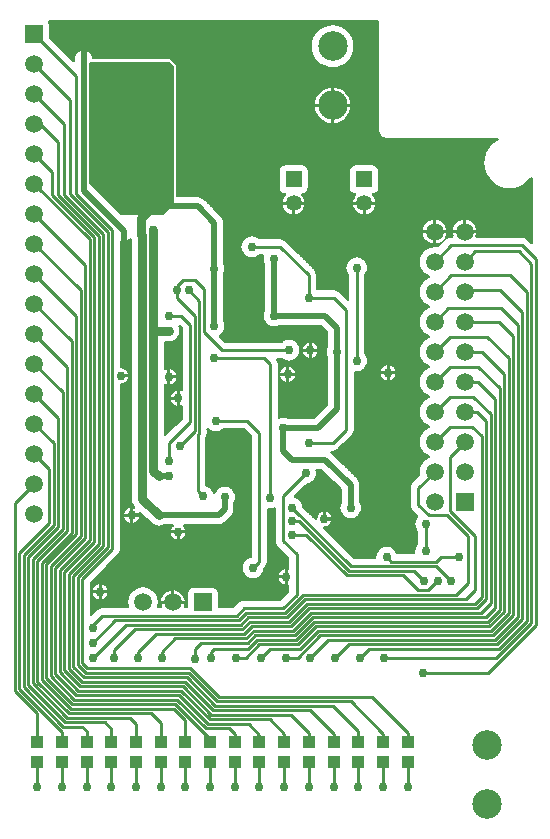
<source format=gbl>
%FSDAX24Y24*%
%MOIN*%
%SFA1B1*%

%IPPOS*%
%ADD11R,0.039400X0.043300*%
%ADD23C,0.059100*%
%ADD24C,0.020000*%
%ADD25C,0.030000*%
%ADD26C,0.010000*%
%ADD27C,0.053100*%
%ADD28R,0.053100X0.053100*%
%ADD29C,0.098400*%
%ADD30R,0.059100X0.059100*%
%ADD31R,0.059100X0.059100*%
%ADD32C,0.030000*%
%ADD33R,0.165000X0.245000*%
%ADD37C,0.005000*%
%ADD64C,0.040000*%
%LNde-260124-1*%
%LPD*%
G54D37*
X026019Y036969D02*
X026039Y036864D01*
X026100Y036773*
X026191Y036713*
X026295Y036692*
X029995*
X029998Y036679*
X029910Y036632*
X029777Y036522*
X029667Y036390*
X029585Y036237*
X029535Y036071*
X029518Y035900*
X029535Y035728*
X029585Y035562*
X029667Y035409*
X029777Y035277*
X029909Y035167*
X030062Y035085*
X030228Y035035*
X030400Y035018*
X030571Y035035*
X030737Y035085*
X030890Y035167*
X031022Y035277*
X031123Y035399*
X031110*
X031137Y035386*
Y033230*
X031120Y033224*
X030996Y033349*
X030907Y033409*
X030802Y033430*
X029305*
X029292Y033448*
X029309Y033490*
X029320Y033575*
X028900*
X028479*
X028490Y033490*
X028507Y033448*
X028494Y033430*
X028447*
X028342Y033409*
X028253Y033349*
X028014Y033109*
X027900Y033125*
X027764Y033107*
X027637Y033054*
X027529Y032970*
X027445Y032862*
X027392Y032735*
X027374Y032600*
X027392Y032464*
X027445Y032337*
X027529Y032229*
X027637Y032145*
X027723Y032110*
Y032089*
X027637Y032054*
X027529Y031970*
X027445Y031862*
X027392Y031735*
X027374Y031600*
X027392Y031464*
X027445Y031337*
X027529Y031229*
X027637Y031145*
X027723Y031110*
Y031089*
X027637Y031054*
X027529Y030970*
X027445Y030862*
X027392Y030735*
X027374Y030600*
X027392Y030464*
X027445Y030337*
X027529Y030229*
X027637Y030145*
X027723Y030110*
Y030089*
X027637Y030054*
X027529Y029970*
X027445Y029862*
X027392Y029735*
X027374Y029600*
X027392Y029464*
X027445Y029337*
X027529Y029229*
X027637Y029145*
X027723Y029110*
Y029089*
X027637Y029054*
X027529Y028970*
X027445Y028862*
X027392Y028735*
X027374Y028600*
X027392Y028464*
X027445Y028337*
X027529Y028229*
X027637Y028145*
X027723Y028110*
Y028089*
X027637Y028054*
X027529Y027970*
X027445Y027862*
X027392Y027735*
X027374Y027600*
X027392Y027464*
X027445Y027337*
X027529Y027229*
X027637Y027145*
X027723Y027110*
Y027089*
X027637Y027054*
X027529Y026970*
X027445Y026862*
X027392Y026735*
X027374Y026600*
X027392Y026464*
X027445Y026337*
X027529Y026229*
X027637Y026145*
X027723Y026110*
Y026089*
X027637Y026054*
X027529Y025970*
X027445Y025862*
X027392Y025735*
X027374Y025599*
X027390Y025485*
X027150Y025245*
X027091Y025157*
X027070Y025052*
Y024497*
X027091Y024392*
X027150Y024304*
X027327Y024127*
X027325Y024109*
X027272Y024039*
X027234Y023947*
X027221Y023850*
X027234Y023752*
X027272Y023660*
X027320Y023598*
Y023201*
X027272Y023139*
X027234Y023047*
X027221Y022949*
X027226Y022912*
X027197Y022880*
X026651*
X026627Y022939*
X026567Y023017*
X026489Y023077*
X026397Y023115*
X026300Y023128*
X026202Y023115*
X026110Y023077*
X026032Y023017*
X025972Y022939*
X025934Y022847*
X025921Y022750*
X025921Y022750*
X025903Y022730*
X025216*
X024213Y023731*
X024221Y023745*
X024224Y023744*
X024332Y023766*
X024423Y023826*
X024483Y023917*
X024500Y024000*
X024250*
Y024050*
X024200*
Y024300*
X024117Y024283*
X024026Y024223*
X023966Y024132*
X023944Y024024*
X023945Y024021*
X023931Y024013*
X023525Y024420*
X023515Y024497*
X023477Y024589*
X023417Y024667*
X023339Y024727*
X023247Y024765*
X023236Y024766*
X023230Y024784*
X023620Y025174*
X023697Y025184*
X023789Y025222*
X023867Y025282*
X023927Y025360*
X023965Y025452*
X023978Y025550*
X023965Y025647*
X023963Y025652*
X023976Y025672*
X024114*
X024772Y025014*
Y024589*
X024772Y024589*
X024734Y024497*
X024721Y024400*
X024734Y024302*
X024772Y024210*
X024832Y024132*
X024910Y024072*
X025002Y024034*
X025100Y024021*
X025197Y024034*
X025289Y024072*
X025367Y024132*
X025427Y024210*
X025465Y024302*
X025478Y024400*
X025465Y024497*
X025427Y024589*
X025428Y024589*
Y025151*
X025416Y025234*
X025383Y025313*
X025332Y025380*
X024480Y026232*
X024452Y026254*
X024457Y026270*
X024502*
X024607Y026290*
X024696Y026350*
X025149Y026804*
X025208Y026892*
X025230Y026997*
Y028897*
X025262Y028926*
X025299Y028921*
X025397Y028934*
X025489Y028972*
X025567Y029032*
X025627Y029110*
X025665Y029202*
X025678Y029300*
X025665Y029397*
X025627Y029489*
X025580Y029551*
Y032148*
X025627Y032210*
X025665Y032302*
X025678Y032400*
X025665Y032497*
X025627Y032589*
X025567Y032667*
X025489Y032727*
X025397Y032765*
X025300Y032778*
X025202Y032765*
X025110Y032727*
X025032Y032667*
X024972Y032589*
X024934Y032497*
X024921Y032400*
X024934Y032302*
X024972Y032210*
X025020Y032148*
Y031347*
X025004Y031341*
X024745Y031599*
X024657Y031658*
X024552Y031680*
X023980*
Y032152*
X023958Y032257*
X023899Y032345*
X022945Y033299*
X022857Y033358*
X022752Y033380*
X022051*
X021989Y033427*
X021897Y033465*
X021800Y033478*
X021702Y033465*
X021610Y033427*
X021532Y033367*
X021472Y033289*
X021434Y033197*
X021421Y033100*
X021434Y033002*
X021472Y032910*
X021532Y032832*
X021610Y032772*
X021702Y032734*
X021800Y032721*
X021897Y032734*
X021989Y032772*
X022051Y032820*
X022172*
X022185Y032800*
X022185Y032797*
X022171Y032700*
X022184Y032602*
X022222Y032510*
X022222Y032510*
Y030989*
X022222Y030989*
X022184Y030897*
X022171Y030800*
X022184Y030702*
X022222Y030610*
X022282Y030532*
X022360Y030472*
X022452Y030434*
X022550Y030421*
X022647Y030434*
X022739Y030472*
X022739Y030472*
X024114*
X024322Y030264*
Y029789*
X024322Y029789*
X024284Y029697*
X024271Y029600*
X024284Y029502*
X024322Y029410*
X024322Y029410*
Y027835*
X023864Y027378*
X023039*
X023039Y027377*
X022947Y027415*
X022850Y027428*
X022752Y027415*
X022721Y027402*
X022702Y027415*
Y029180*
X022681Y029285*
X022638Y029348*
X022647Y029370*
X022798*
X022860Y029322*
X022952Y029284*
X023050Y029271*
X023147Y029284*
X023239Y029322*
X023317Y029382*
X023377Y029460*
X023415Y029552*
X023428Y029650*
X023415Y029747*
X023377Y029839*
X023317Y029917*
X023239Y029977*
X023147Y030015*
X023050Y030028*
X022952Y030015*
X022860Y029977*
X022798Y029930*
X020916*
X020743Y030103*
X020746Y030118*
X020752Y030132*
X020817Y030182*
X020877Y030260*
X020915Y030352*
X020928Y030450*
X020915Y030547*
X020877Y030639*
X020878Y030639*
Y032186*
X020878Y032186*
X020915Y032276*
X020928Y032374*
X020915Y032471*
X020877Y032563*
X020878Y032563*
Y033901*
X020866Y033984*
X020833Y034063*
X020782Y034130*
X020230Y034682*
X020163Y034733*
X020084Y034766*
X020001Y034778*
X019327*
Y039102*
X019317Y039148*
X019291Y039187*
X019137Y039341*
X019098Y039367*
X019052Y039377*
X016523*
X016516Y039434*
X016483Y039513*
X016431Y039581*
X016363Y039633*
X016284Y039666*
X016200Y039678*
X016115Y039666*
X016036Y039633*
X015968Y039581*
X015916Y039513*
X015883Y039434*
X015872Y039351*
Y039294*
X015856Y039288*
X015074Y040071*
Y040497*
X015057Y040582*
X015042Y040605*
X015054Y040629*
X026019*
Y036969*
X015060Y040590D02*
Y040630D01*
X015110Y040050D02*
Y040630D01*
X015160Y040000D02*
Y040630D01*
X015210Y039950D02*
Y040630D01*
X015260Y039900D02*
Y040630D01*
X015310Y039850D02*
Y040630D01*
X015360Y039800D02*
Y040630D01*
X015410Y039750D02*
Y040630D01*
X015460Y039700D02*
Y040630D01*
X015510Y039650D02*
Y040630D01*
X015560Y039600D02*
Y040630D01*
X015610Y039550D02*
Y040630D01*
X015660Y039500D02*
Y040630D01*
X015710Y039450D02*
Y040630D01*
X015760Y039400D02*
Y040630D01*
X015810Y039350D02*
Y040630D01*
X015860Y039300D02*
Y040630D01*
X015910Y039510D02*
Y040630D01*
X015960Y039580D02*
Y040630D01*
X016010Y039620D02*
Y040630D01*
X016060Y039660D02*
Y040630D01*
X016110Y039680D02*
Y040630D01*
X016160Y039690D02*
Y040630D01*
X016210Y039690D02*
Y040630D01*
X016260Y039690D02*
Y040630D01*
X016310Y039670D02*
Y040630D01*
X016360Y039640D02*
Y040630D01*
X016410Y039610D02*
Y040630D01*
X016460Y039550D02*
Y040630D01*
X016510Y039460D02*
Y040630D01*
X016560Y039390D02*
Y040630D01*
X016610Y039390D02*
Y040630D01*
X016660Y039390D02*
Y040630D01*
X016710Y039390D02*
Y040630D01*
X016760Y039390D02*
Y040630D01*
X016810Y039390D02*
Y040630D01*
X016860Y039390D02*
Y040630D01*
X016910Y039390D02*
Y040630D01*
X016960Y039390D02*
Y040630D01*
X017010Y039390D02*
Y040630D01*
X017060Y039390D02*
Y040630D01*
X017110Y039390D02*
Y040630D01*
X017160Y039390D02*
Y040630D01*
X017210Y039390D02*
Y040630D01*
X017260Y039390D02*
Y040630D01*
X017310Y039390D02*
Y040630D01*
X017360Y039390D02*
Y040630D01*
X017410Y039390D02*
Y040630D01*
X017460Y039390D02*
Y040630D01*
X017510Y039390D02*
Y040630D01*
X017560Y039390D02*
Y040630D01*
X017610Y039390D02*
Y040630D01*
X017660Y039390D02*
Y040630D01*
X017710Y039390D02*
Y040630D01*
X017760Y039390D02*
Y040630D01*
X017810Y039390D02*
Y040630D01*
X017860Y039390D02*
Y040630D01*
X017910Y039390D02*
Y040630D01*
X017960Y039390D02*
Y040630D01*
X018010Y039390D02*
Y040630D01*
X018060Y039390D02*
Y040630D01*
X018110Y039390D02*
Y040630D01*
X018160Y039390D02*
Y040630D01*
X018210Y039390D02*
Y040630D01*
X018260Y039390D02*
Y040630D01*
X018310Y039390D02*
Y040630D01*
X018360Y039390D02*
Y040630D01*
X018410Y039390D02*
Y040630D01*
X018460Y039390D02*
Y040630D01*
X018510Y039390D02*
Y040630D01*
X018560Y039390D02*
Y040630D01*
X018610Y039390D02*
Y040630D01*
X018660Y039390D02*
Y040630D01*
X018710Y039390D02*
Y040630D01*
X018760Y039390D02*
Y040630D01*
X018810Y039390D02*
Y040630D01*
X018860Y039390D02*
Y040630D01*
X018910Y039390D02*
Y040630D01*
X018960Y039390D02*
Y040630D01*
X019010Y039390D02*
Y040630D01*
X019060Y039390D02*
Y040630D01*
X019110Y039380D02*
Y040630D01*
X019160Y039330D02*
Y040630D01*
X019210Y039280D02*
Y040630D01*
X019260Y039230D02*
Y040630D01*
X019310Y039180D02*
Y040630D01*
X019360Y034790D02*
Y040630D01*
X019410Y034790D02*
Y040630D01*
X019460Y034790D02*
Y040630D01*
X019510Y034790D02*
Y040630D01*
X019560Y034790D02*
Y040630D01*
X019610Y034790D02*
Y040630D01*
X019660Y034790D02*
Y040630D01*
X019710Y034790D02*
Y040630D01*
X019760Y034790D02*
Y040630D01*
X019810Y034790D02*
Y040630D01*
X019860Y034790D02*
Y040630D01*
X019910Y034790D02*
Y040630D01*
X019960Y034790D02*
Y040630D01*
X020010Y034790D02*
Y040630D01*
X020060Y034790D02*
Y040630D01*
X020110Y034770D02*
Y040630D01*
X020160Y034740D02*
Y040630D01*
X020210Y034710D02*
Y040630D01*
X020260Y034660D02*
Y040630D01*
X020310Y034610D02*
Y040630D01*
X020360Y034560D02*
Y040630D01*
X020410Y034510D02*
Y040630D01*
X020460Y034460D02*
Y040630D01*
X020510Y034410D02*
Y040630D01*
X020560Y034360D02*
Y040630D01*
X020610Y034310D02*
Y040630D01*
X020660Y034260D02*
Y040630D01*
X020710Y034210D02*
Y040630D01*
X020760Y030100D02*
Y030130D01*
Y034160D02*
Y040630D01*
X020810Y030050D02*
Y030170D01*
Y034100D02*
Y040630D01*
X020860Y030000D02*
Y030230D01*
Y034010D02*
Y040630D01*
X020910Y029950D02*
Y030320D01*
Y030590D02*
Y032250D01*
Y032510D02*
Y040630D01*
X020960Y029940D02*
Y040630D01*
X021010Y029940D02*
Y040630D01*
X021060Y029940D02*
Y040630D01*
X021110Y029940D02*
Y040630D01*
X021160Y029940D02*
Y040630D01*
X021210Y029940D02*
Y040630D01*
X021260Y029940D02*
Y040630D01*
X021310Y029940D02*
Y040630D01*
X021360Y029940D02*
Y040630D01*
X021410Y029940D02*
Y040630D01*
X021460Y029940D02*
Y032930D01*
Y033280D02*
Y040630D01*
X021510Y029940D02*
Y032850D01*
Y033360D02*
Y040630D01*
X021560Y029940D02*
Y032800D01*
Y033410D02*
Y040630D01*
X021610Y029940D02*
Y032760D01*
Y033450D02*
Y040630D01*
X021660Y029940D02*
Y032740D01*
Y033470D02*
Y040630D01*
X021710Y029940D02*
Y032720D01*
Y033490D02*
Y040630D01*
X021760Y029940D02*
Y032720D01*
Y033490D02*
Y040630D01*
X021810Y029940D02*
Y032720D01*
Y033490D02*
Y040630D01*
X021860Y029940D02*
Y032720D01*
Y033490D02*
Y040630D01*
X021910Y029940D02*
Y032730D01*
Y033480D02*
Y040630D01*
X021960Y029940D02*
Y032750D01*
Y033460D02*
Y040630D01*
X022010Y029940D02*
Y032780D01*
Y033430D02*
Y040630D01*
X022060Y029940D02*
Y032810D01*
Y033390D02*
Y040630D01*
X022110Y029940D02*
Y032810D01*
Y033390D02*
Y040630D01*
X022160Y029940D02*
Y032810D01*
Y033390D02*
Y040630D01*
X022210Y029940D02*
Y030630D01*
Y030980D02*
Y032530D01*
Y033390D02*
Y040630D01*
X022260Y029940D02*
Y030550D01*
Y033390D02*
Y040630D01*
X022310Y029940D02*
Y030500D01*
Y033390D02*
Y040630D01*
X022360Y029940D02*
Y030460D01*
Y033390D02*
Y040630D01*
X022410Y029940D02*
Y030440D01*
Y033390D02*
Y040630D01*
X022460Y029940D02*
Y030420D01*
Y033390D02*
Y040630D01*
X022510Y029940D02*
Y030420D01*
Y033390D02*
Y040630D01*
X022560Y029940D02*
Y030420D01*
Y033390D02*
Y040630D01*
X022610Y029940D02*
Y030420D01*
Y033390D02*
Y040630D01*
X022660Y029330D02*
Y029360D01*
Y029940D02*
Y030430D01*
Y033390D02*
Y040630D01*
X022710Y027420D02*
Y029360D01*
Y029940D02*
Y030450D01*
Y033390D02*
Y040630D01*
X022760Y027440D02*
Y029360D01*
Y029940D02*
Y030460D01*
Y033390D02*
Y040630D01*
X022810Y027440D02*
Y029360D01*
Y029950D02*
Y030460D01*
Y033380D02*
Y040630D01*
X022860Y027440D02*
Y029310D01*
Y030000D02*
Y030460D01*
Y033370D02*
Y040630D01*
X022910Y027440D02*
Y029290D01*
Y030020D02*
Y030460D01*
Y033340D02*
Y040630D01*
X022960Y027430D02*
Y029270D01*
Y030040D02*
Y030460D01*
Y033300D02*
Y040630D01*
X023010Y027410D02*
Y029270D01*
Y030040D02*
Y030460D01*
Y033250D02*
Y040630D01*
X023060Y027390D02*
Y029270D01*
Y030040D02*
Y030460D01*
Y033200D02*
Y040630D01*
X023110Y027390D02*
Y029270D01*
Y030040D02*
Y030460D01*
Y033150D02*
Y040630D01*
X023160Y027390D02*
Y029280D01*
Y030030D02*
Y030460D01*
Y033100D02*
Y040630D01*
X023210Y027390D02*
Y029300D01*
Y030010D02*
Y030460D01*
Y033050D02*
Y040630D01*
X023260Y024780D02*
Y024810D01*
Y027390D02*
Y029330D01*
Y029980D02*
Y030460D01*
Y033000D02*
Y040630D01*
X023310Y024760D02*
Y024860D01*
Y027390D02*
Y029370D01*
Y029940D02*
Y030460D01*
Y032950D02*
Y040630D01*
X023360Y024730D02*
Y024910D01*
Y027390D02*
Y029430D01*
Y029880D02*
Y030460D01*
Y032900D02*
Y040630D01*
X023410Y024690D02*
Y024960D01*
Y027390D02*
Y029520D01*
Y029790D02*
Y030460D01*
Y032850D02*
Y040630D01*
X023460Y024630D02*
Y025010D01*
Y027390D02*
Y030460D01*
Y032800D02*
Y040630D01*
X023510Y024540D02*
Y025060D01*
Y027390D02*
Y030460D01*
Y032750D02*
Y040630D01*
X023560Y024400D02*
Y025110D01*
Y027390D02*
Y030460D01*
Y032700D02*
Y040630D01*
X023610Y024350D02*
Y025160D01*
Y027390D02*
Y030460D01*
Y032650D02*
Y040630D01*
X023660Y024300D02*
Y025170D01*
Y027390D02*
Y030460D01*
Y032600D02*
Y040630D01*
X023710Y024250D02*
Y025180D01*
Y027390D02*
Y030460D01*
Y032550D02*
Y040630D01*
X023760Y024200D02*
Y025200D01*
Y027390D02*
Y030460D01*
Y032500D02*
Y040630D01*
X023810Y024150D02*
Y025230D01*
Y027390D02*
Y030460D01*
Y032450D02*
Y040630D01*
X023860Y024100D02*
Y025270D01*
Y027400D02*
Y030460D01*
Y032400D02*
Y040630D01*
X023910Y024050D02*
Y025330D01*
Y027450D02*
Y030460D01*
Y032350D02*
Y040630D01*
X023960Y024110D02*
Y025420D01*
Y025660D02*
Y025650D01*
Y027500D02*
Y030460D01*
Y032270D02*
Y040630D01*
X024010Y024210D02*
Y025660D01*
Y027550D02*
Y030460D01*
Y031690D02*
Y040630D01*
X024060Y024260D02*
Y025660D01*
Y027600D02*
Y030460D01*
Y031690D02*
Y040630D01*
X024110Y024290D02*
Y025660D01*
Y027650D02*
Y030460D01*
Y031690D02*
Y040630D01*
X024160Y024310D02*
Y025610D01*
Y027700D02*
Y030410D01*
Y031690D02*
Y040630D01*
X024210Y023740D02*
Y023730D01*
Y024060D02*
Y025560D01*
Y027750D02*
Y030360D01*
Y031690D02*
Y040630D01*
X024260Y023700D02*
Y023750D01*
Y024010D02*
Y025510D01*
Y027800D02*
Y030310D01*
Y031690D02*
Y040630D01*
X024310Y023650D02*
Y023760D01*
Y024010D02*
Y025460D01*
Y027850D02*
Y029430D01*
Y029780D02*
Y030260D01*
Y031690D02*
Y040630D01*
X024360Y023600D02*
Y023790D01*
Y024010D02*
Y025410D01*
Y031690D02*
Y040630D01*
X024410Y023550D02*
Y023820D01*
Y024010D02*
Y025360D01*
Y031690D02*
Y040630D01*
X024460Y023500D02*
Y023890D01*
Y024010D02*
Y025310D01*
Y026260D02*
D01*
Y031690D02*
Y040630D01*
X024510Y023450D02*
Y025260D01*
Y026210D02*
Y026270D01*
Y031690D02*
Y040630D01*
X024560Y023400D02*
Y025210D01*
Y026160D02*
Y026280D01*
Y031690D02*
Y040630D01*
X024610Y023350D02*
Y025160D01*
Y026110D02*
Y026290D01*
Y031680D02*
Y040630D01*
X024660Y023300D02*
Y025110D01*
Y026060D02*
Y026320D01*
Y031670D02*
Y040630D01*
X024710Y023250D02*
Y025060D01*
Y026010D02*
Y026360D01*
Y031640D02*
Y040630D01*
X024760Y023200D02*
Y024230D01*
Y024580D02*
Y025010D01*
Y025960D02*
Y026410D01*
Y031600D02*
Y040630D01*
X024810Y023150D02*
Y024150D01*
Y025910D02*
Y026460D01*
Y031550D02*
Y040630D01*
X024860Y023100D02*
Y024100D01*
Y025860D02*
Y026510D01*
Y031500D02*
Y040630D01*
X024910Y023050D02*
Y024060D01*
Y025810D02*
Y026560D01*
Y031450D02*
Y040630D01*
X024960Y023000D02*
Y024040D01*
Y025760D02*
Y026610D01*
Y031400D02*
Y032230D01*
Y032580D02*
Y040630D01*
X025010Y022950D02*
Y024020D01*
Y025710D02*
Y026660D01*
Y031360D02*
Y032160D01*
Y032660D02*
Y040630D01*
X025060Y022900D02*
Y024020D01*
Y025660D02*
Y026710D01*
Y032710D02*
Y040630D01*
X025110Y022850D02*
Y024020D01*
Y025610D02*
Y026760D01*
Y032750D02*
Y040630D01*
X025160Y022800D02*
Y024020D01*
Y025560D02*
Y026810D01*
Y032770D02*
Y040630D01*
X025210Y022750D02*
Y024030D01*
Y025510D02*
Y026890D01*
Y032790D02*
Y040630D01*
X025260Y022740D02*
Y024050D01*
Y025460D02*
Y028920D01*
Y032790D02*
Y040630D01*
X025310Y022740D02*
Y024080D01*
Y025410D02*
Y028920D01*
Y032790D02*
Y040630D01*
X025360Y022740D02*
Y024120D01*
Y025350D02*
Y028920D01*
Y032790D02*
Y040630D01*
X025410Y022740D02*
Y024180D01*
Y025260D02*
Y028930D01*
Y032780D02*
Y040630D01*
X025460Y022740D02*
Y024270D01*
Y024540D02*
Y028950D01*
Y032760D02*
Y040630D01*
X025510Y022740D02*
Y028980D01*
Y032730D02*
Y040630D01*
X025560Y022740D02*
Y029020D01*
Y032690D02*
Y040630D01*
X025610Y022740D02*
Y029080D01*
Y029530D02*
Y032180D01*
Y032630D02*
Y040630D01*
X025660Y022740D02*
Y029170D01*
Y029440D02*
Y032270D01*
Y032540D02*
Y040630D01*
X025710Y022740D02*
Y040630D01*
X025760Y022740D02*
Y040630D01*
X025810Y022740D02*
Y040630D01*
X025860Y022740D02*
Y040630D01*
X025910Y022760D02*
Y040630D01*
X025960Y022930D02*
Y040630D01*
X026010Y023010D02*
Y040630D01*
X026060Y023060D02*
Y036820D01*
X026110Y023100D02*
Y036760D01*
X026160Y023120D02*
Y036720D01*
X026210Y023140D02*
Y036700D01*
X026260Y023140D02*
Y036690D01*
X026310Y023140D02*
Y036680D01*
X026360Y023140D02*
Y036680D01*
X026410Y023130D02*
Y036680D01*
X026460Y023110D02*
Y036680D01*
X026510Y023080D02*
Y036680D01*
X026560Y023040D02*
Y036680D01*
X026610Y022980D02*
Y036680D01*
X026660Y022890D02*
Y036680D01*
X026710Y022890D02*
Y036680D01*
X026760Y022890D02*
Y036680D01*
X026810Y022890D02*
Y036680D01*
X026860Y022890D02*
Y036680D01*
X026910Y022890D02*
Y036680D01*
X026960Y022890D02*
Y036680D01*
X027010Y022890D02*
Y036680D01*
X027060Y022890D02*
Y036680D01*
X027110Y022890D02*
Y024350D01*
Y025210D02*
Y036680D01*
X027160Y022890D02*
Y024290D01*
Y025280D02*
Y036680D01*
X027210Y022910D02*
Y024240D01*
Y025330D02*
Y036680D01*
X027260Y023130D02*
Y023680D01*
Y024030D02*
Y024190D01*
Y025380D02*
Y036680D01*
X027310Y023200D02*
Y023610D01*
Y024100D02*
Y024140D01*
Y025430D02*
Y036680D01*
X027360Y025480D02*
Y036680D01*
X027410Y025800D02*
Y026410D01*
Y026800D02*
Y027410D01*
Y027800D02*
Y028410D01*
Y028800D02*
Y029410D01*
Y029800D02*
Y030410D01*
Y030800D02*
Y031410D01*
Y031800D02*
Y032410D01*
Y032800D02*
Y036680D01*
X027460Y025890D02*
Y026320D01*
Y026890D02*
Y027320D01*
Y027890D02*
Y028320D01*
Y028890D02*
Y029320D01*
Y029890D02*
Y030320D01*
Y030890D02*
Y031320D01*
Y031890D02*
Y032320D01*
Y032890D02*
Y036680D01*
X027510Y025960D02*
Y026250D01*
Y026960D02*
Y027250D01*
Y027960D02*
Y028250D01*
Y028960D02*
Y029250D01*
Y029960D02*
Y030250D01*
Y030960D02*
Y031250D01*
Y031960D02*
Y032250D01*
Y032960D02*
Y036680D01*
X027560Y026010D02*
Y026200D01*
Y027010D02*
Y027200D01*
Y028010D02*
Y028200D01*
Y029010D02*
Y029200D01*
Y030010D02*
Y030200D01*
Y031010D02*
Y031200D01*
Y032010D02*
Y032200D01*
Y033010D02*
Y036680D01*
X027610Y026040D02*
Y026170D01*
Y027040D02*
Y027170D01*
Y028040D02*
Y028170D01*
Y029040D02*
Y029170D01*
Y030040D02*
Y030170D01*
Y031040D02*
Y031170D01*
Y032040D02*
Y032170D01*
Y033040D02*
Y036680D01*
X027660Y026080D02*
Y026130D01*
Y027080D02*
Y027130D01*
Y028080D02*
Y028130D01*
Y029080D02*
Y029130D01*
Y030080D02*
Y030130D01*
Y031080D02*
Y031130D01*
Y032080D02*
Y032130D01*
Y033080D02*
Y036680D01*
X027710Y026100D02*
Y026110D01*
Y027100D02*
Y027110D01*
Y028100D02*
Y028110D01*
Y029100D02*
Y029110D01*
Y030100D02*
Y030110D01*
Y031100D02*
Y031110D01*
Y032100D02*
Y032110D01*
Y033100D02*
Y036680D01*
X027760Y033130D02*
Y036680D01*
X027810Y033130D02*
Y036680D01*
X027860Y033140D02*
Y036680D01*
X027910Y033140D02*
Y036680D01*
X027960Y033130D02*
Y036680D01*
X028010Y033130D02*
Y036680D01*
X028060Y033180D02*
Y036680D01*
X028110Y033230D02*
Y036680D01*
X028160Y033280D02*
Y036680D01*
X028210Y033330D02*
Y036680D01*
X028260Y033370D02*
Y036680D01*
X028310Y033410D02*
Y036680D01*
X028360Y033430D02*
Y036680D01*
X028410Y033440D02*
Y036680D01*
X028460Y033440D02*
Y036680D01*
X028510Y033580D02*
Y036680D01*
X028560Y033580D02*
Y036680D01*
X028610Y033580D02*
Y036680D01*
X028660Y033580D02*
Y036680D01*
X028710Y033580D02*
Y036680D01*
X028760Y033580D02*
Y036680D01*
X028810Y033580D02*
Y036680D01*
X028860Y033580D02*
Y036680D01*
X028910Y033580D02*
Y036680D01*
X028960Y033580D02*
Y036680D01*
X029010Y033580D02*
Y036680D01*
X029060Y033580D02*
Y036680D01*
X029110Y033580D02*
Y036680D01*
X029160Y033580D02*
Y036680D01*
X029210Y033580D02*
Y036680D01*
X029260Y033580D02*
Y036680D01*
X029310Y033440D02*
Y033490D01*
Y033580D02*
Y036680D01*
X029360Y033440D02*
Y036680D01*
X029410Y033440D02*
Y036680D01*
X029460Y033440D02*
Y036680D01*
X029510Y033440D02*
Y036680D01*
X029560Y033440D02*
Y035660D01*
Y036150D02*
Y036680D01*
X029610Y033440D02*
Y035520D01*
Y036290D02*
Y036680D01*
X029660Y033440D02*
Y035420D01*
Y036390D02*
Y036680D01*
X029710Y033440D02*
Y035360D01*
Y036450D02*
Y036680D01*
X029760Y033440D02*
Y035300D01*
Y036510D02*
Y036680D01*
X029810Y033440D02*
Y035250D01*
Y036560D02*
Y036680D01*
X029860Y033440D02*
Y035210D01*
Y036600D02*
Y036680D01*
X029910Y033440D02*
Y035160D01*
Y036650D02*
Y036680D01*
X029960Y033440D02*
Y035140D01*
Y036670D02*
Y036680D01*
X030010Y033440D02*
Y035110D01*
X030060Y033440D02*
Y035080D01*
X030110Y033440D02*
Y035070D01*
X030160Y033440D02*
Y035060D01*
X030210Y033440D02*
Y035040D01*
X030260Y033440D02*
Y035030D01*
X030310Y033440D02*
Y035030D01*
X030360Y033440D02*
Y035020D01*
X030410Y033440D02*
Y035020D01*
X030460Y033440D02*
Y035020D01*
X030510Y033440D02*
Y035030D01*
X030560Y033440D02*
Y035030D01*
X030610Y033440D02*
Y035050D01*
X030660Y033440D02*
Y035060D01*
X030710Y033440D02*
Y035080D01*
X030760Y033440D02*
Y035100D01*
X030810Y033440D02*
Y035120D01*
X030860Y033430D02*
Y035150D01*
X030910Y033420D02*
Y035180D01*
X030960Y033390D02*
Y035220D01*
X031010Y033350D02*
Y035270D01*
X031060Y033300D02*
Y035320D01*
X031110Y033250D02*
Y035380D01*
X019175Y039089D02*
Y034510D01*
X018839Y034175*
X017460*
X016425Y035210*
Y039225*
X019039*
X019175Y039089*
G54D26*
X019125Y039068D02*
Y034531D01*
X018818Y034225*
X017481*
X016475Y035231*
Y039175*
X019018*
X019125Y039068*
G54D24*
X019025Y039027D02*
Y034572D01*
X018777Y034325*
X017522*
X016575Y035272*
Y039075*
X018977*
X019025Y039027*
G54D64*
X018825Y038944D02*
Y034655D01*
X018694Y034525*
X017605*
X016775Y035355*
Y038875*
X018894*
X018825Y038944*
X016970Y035230D02*
Y038820D01*
X017370Y034830D02*
Y038820D01*
X017770Y034530D02*
Y038820D01*
X018170Y034530D02*
Y038820D01*
X018570Y034530D02*
Y038820D01*
G54D37*
X017772Y033335D02*
Y024698D01*
X017784Y024602*
X017822Y024510*
X017881Y024432*
X017882Y024432*
X017875Y024403*
X017888Y024412*
X017825Y024425*
Y024175*
X018075*
X018062Y024238*
X018053Y024225*
X018083Y024232*
X018433Y023881*
X018510Y023822*
X018602Y023784*
X018700Y023771*
X018797Y023784*
X018889Y023822*
X018889Y023822*
X019161*
X019165Y023807*
X019151Y023797*
X019091Y023707*
X019074Y023625*
X019625*
X019608Y023707*
X019548Y023797*
X019534Y023807*
X019538Y023822*
X020701*
X020784Y023833*
X020863Y023866*
X020930Y023917*
X021132Y024119*
X021183Y024186*
X021216Y024265*
X021228Y024348*
Y024560*
X021227Y024560*
X021265Y024652*
X021278Y024750*
X021265Y024847*
X021227Y024939*
X021167Y025017*
X021089Y025077*
X020997Y025115*
X020900Y025128*
X020802Y025115*
X020710Y025077*
X020632Y025017*
X020572Y024939*
X020553Y024892*
X020532Y024893*
X020536Y024892*
X020505Y024966*
X020445Y025045*
X020366Y025105*
X020275Y025143*
X020280Y025142*
Y026737*
X020308Y026780*
X020330Y026885*
Y027016*
X020324Y027014*
X020348Y027020*
X020410Y026972*
X020502Y026934*
X020600Y026921*
X020697Y026934*
X020789Y026972*
X020851Y027020*
X021533*
X021770Y026783*
Y022767*
X021752Y022765*
X021660Y022727*
X021582Y022667*
X021522Y022589*
X021484Y022497*
X021471Y022400*
X021484Y022302*
X021522Y022210*
X021582Y022132*
X021660Y022072*
X021752Y022034*
X021850Y022021*
X021947Y022034*
X022039Y022072*
X022117Y022132*
X022177Y022210*
X022215Y022302*
X022225Y022379*
X022249Y022404*
X022308Y022492*
X022330Y022597*
Y024335*
X022361Y024357*
X022421Y024349*
X022519Y024362*
X022551Y024375*
X022570Y024362*
Y023297*
X022591Y023192*
X022650Y023104*
X023020Y022733*
Y022387*
X022999Y022370*
X022975Y022374*
Y022100*
Y021825*
X022999Y021829*
X023020Y021812*
Y021605*
X022744Y021330*
X021550*
X021445Y021309*
X021357Y021249*
X021191Y021085*
X020702*
Y021547*
X020685Y021632*
X020634Y021706*
X020560Y021757*
X020475Y021774*
X019880*
X019795Y021757*
X019719Y021706*
X019670Y021632*
X019654Y021547*
Y021085*
X019585*
X019572Y021103*
X019587Y021140*
X019598Y021225*
X019178*
X018757*
X018768Y021140*
X018783Y021103*
X018770Y021085*
X018693*
X018680Y021104*
X018684Y021114*
X018703Y021250*
X018684Y021385*
X018632Y021512*
X018548Y021620*
X018440Y021704*
X018313Y021757*
X018178Y021775*
X018042Y021757*
X017915Y021704*
X017807Y021620*
X017723Y021512*
X017670Y021385*
X017652Y021250*
X017670Y021114*
X017675Y021103*
X017662Y021085*
X016802*
X016697Y021063*
X016608Y021004*
X016445Y020841*
X016430Y020847*
Y021896*
X017349Y022817*
X017408Y022905*
X017430Y023010*
Y028502*
X017450Y028519*
X017450Y028519*
X017557Y028541*
X017647Y028601*
X017709Y028692*
X017725Y028775*
X017475*
Y028825*
X017725*
X017709Y028907*
X017647Y028998*
X017557Y029058*
X017450Y029080*
X017450Y029080*
X017430Y029097*
Y033282*
X017457Y033301*
X017475Y033293*
X017561Y033282*
X017645Y033293*
X017724Y033327*
X017753Y033349*
X017744*
X017772Y033335*
X016450Y020860D02*
Y021920D01*
X016500Y020910D02*
Y021970D01*
X016550Y020960D02*
Y022020D01*
X016600Y021010D02*
Y022070D01*
X016650Y021040D02*
Y022120D01*
X016700Y021080D02*
Y022170D01*
X016750Y021090D02*
Y022220D01*
X016800Y021090D02*
Y022270D01*
X016850Y021090D02*
Y022320D01*
X016900Y021090D02*
Y022370D01*
X016950Y021090D02*
Y022420D01*
X017000Y021090D02*
Y022470D01*
X017050Y021090D02*
Y022520D01*
X017100Y021090D02*
Y022570D01*
X017150Y021090D02*
Y022620D01*
X017200Y021090D02*
Y022670D01*
X017250Y021090D02*
Y022720D01*
X017300Y021090D02*
Y022770D01*
X017350Y021090D02*
Y022820D01*
X017400Y021090D02*
Y022890D01*
X017450Y021090D02*
Y028520D01*
Y029090D02*
Y033290D01*
X017500Y021090D02*
Y028520D01*
Y028780D02*
Y028810D01*
Y029090D02*
Y033280D01*
X017550Y021090D02*
Y028530D01*
Y028780D02*
Y028810D01*
Y029080D02*
Y033280D01*
X017600Y021090D02*
Y028560D01*
Y028780D02*
Y028810D01*
Y029050D02*
Y033280D01*
X017650Y021090D02*
Y021240D01*
Y021270D02*
Y028600D01*
Y028780D02*
Y028810D01*
Y029010D02*
Y033290D01*
X017700Y021480D02*
Y028670D01*
Y028780D02*
Y028810D01*
Y028940D02*
Y033310D01*
X017750Y021560D02*
Y033350D01*
X017800Y021620D02*
Y024550D01*
X017850Y021660D02*
Y024160D01*
Y024440D02*
Y024460D01*
X017900Y021700D02*
Y024160D01*
X017950Y021730D02*
Y024160D01*
X018000Y021760D02*
Y024160D01*
X018050Y021780D02*
Y024160D01*
Y024240D02*
Y024230D01*
X018100Y021780D02*
Y024200D01*
X018150Y021790D02*
Y024150D01*
X018200Y021790D02*
Y024100D01*
X018250Y021780D02*
Y024050D01*
X018300Y021780D02*
Y024000D01*
X018350Y021760D02*
Y023950D01*
X018400Y021730D02*
Y023900D01*
X018450Y021710D02*
Y023860D01*
X018500Y021670D02*
Y023820D01*
X018550Y021630D02*
Y023800D01*
X018600Y021570D02*
Y023770D01*
X018650Y021480D02*
Y023770D01*
X018700Y021090D02*
Y023770D01*
X018750Y021090D02*
Y023770D01*
X018800Y021230D02*
Y023780D01*
X018850Y021230D02*
Y023800D01*
X018900Y021230D02*
Y023810D01*
X018950Y021230D02*
Y023810D01*
X019000Y021230D02*
Y023810D01*
X019050Y021230D02*
Y023810D01*
X019100Y021230D02*
Y023610D01*
Y023740D02*
Y023810D01*
X019150Y021230D02*
Y023610D01*
Y023820D02*
Y023810D01*
X019200Y021230D02*
Y023610D01*
X019250Y021230D02*
Y023610D01*
X019300Y021230D02*
Y023610D01*
X019350Y021230D02*
Y023610D01*
X019400Y021230D02*
Y023610D01*
X019450Y021230D02*
Y023610D01*
X019500Y021230D02*
Y023610D01*
X019550Y021230D02*
Y023610D01*
Y023810D02*
D01*
X019600Y021090D02*
Y023610D01*
Y023740D02*
Y023810D01*
X019650Y021570D02*
Y023810D01*
X019700Y021690D02*
Y023810D01*
X019750Y021740D02*
Y023810D01*
X019800Y021780D02*
Y023810D01*
X019850Y021780D02*
Y023810D01*
X019900Y021780D02*
Y023810D01*
X019950Y021780D02*
Y023810D01*
X020000Y021780D02*
Y023810D01*
X020050Y021780D02*
Y023810D01*
X020100Y021780D02*
Y023810D01*
X020150Y021780D02*
Y023810D01*
X020200Y021780D02*
Y023810D01*
X020250Y021780D02*
Y023810D01*
X020300Y021780D02*
Y023810D01*
Y025150D02*
Y026760D01*
X020350Y021780D02*
Y023810D01*
Y025130D02*
Y027010D01*
X020400Y021780D02*
Y023810D01*
Y025100D02*
Y026970D01*
X020450Y021780D02*
Y023810D01*
Y025060D02*
Y026950D01*
X020500Y021780D02*
Y023810D01*
Y025000D02*
Y026920D01*
X020550Y021780D02*
Y023810D01*
Y024910D02*
Y026920D01*
X020600Y021750D02*
Y023810D01*
Y025000D02*
Y026920D01*
X020650Y021700D02*
Y023810D01*
Y025050D02*
Y026920D01*
X020700Y021090D02*
Y023820D01*
Y025090D02*
Y026930D01*
X020750Y021090D02*
Y023820D01*
Y025110D02*
Y026950D01*
X020800Y021090D02*
Y023840D01*
Y025140D02*
Y026970D01*
X020850Y021090D02*
Y023860D01*
Y025140D02*
Y027010D01*
X020900Y021090D02*
Y023890D01*
Y025140D02*
Y027010D01*
X020950Y021090D02*
Y023940D01*
Y025140D02*
Y027010D01*
X021000Y021090D02*
Y023990D01*
Y025130D02*
Y027010D01*
X021050Y021090D02*
Y024040D01*
Y025110D02*
Y027010D01*
X021100Y021090D02*
Y024090D01*
Y025090D02*
Y027010D01*
X021150Y021090D02*
Y024140D01*
Y025050D02*
Y027010D01*
X021200Y021110D02*
Y024230D01*
Y024990D02*
Y027010D01*
X021250Y021160D02*
Y024600D01*
Y024910D02*
Y027010D01*
X021300Y021210D02*
Y027010D01*
X021350Y021260D02*
Y027010D01*
X021400Y021290D02*
Y027010D01*
X021450Y021330D02*
Y027010D01*
X021500Y021340D02*
Y022250D01*
Y022560D02*
Y027010D01*
X021550Y021340D02*
Y022160D01*
Y022650D02*
Y026990D01*
X021600Y021340D02*
Y022110D01*
Y022700D02*
Y026940D01*
X021650Y021340D02*
Y022070D01*
Y022740D02*
Y026890D01*
X021700Y021340D02*
Y022050D01*
Y022760D02*
Y026840D01*
X021750Y021340D02*
Y022020D01*
Y022780D02*
Y026790D01*
X021800Y021340D02*
Y022020D01*
X021850Y021340D02*
Y022020D01*
X021900Y021340D02*
Y022020D01*
X021950Y021340D02*
Y022030D01*
X022000Y021340D02*
Y022050D01*
X022050Y021340D02*
Y022070D01*
X022100Y021340D02*
Y022110D01*
X022150Y021340D02*
Y022170D01*
X022200Y021340D02*
Y022250D01*
X022250Y021340D02*
Y022400D01*
X022300Y021340D02*
Y022470D01*
X022350Y021340D02*
Y024350D01*
X022400Y021340D02*
Y024350D01*
X022450Y021340D02*
Y024350D01*
X022500Y021340D02*
Y024350D01*
X022550Y021340D02*
Y024370D01*
X022600Y021340D02*
Y023170D01*
X022650Y021340D02*
Y023090D01*
X022700Y021340D02*
Y023040D01*
X022750Y021360D02*
Y022990D01*
X022800Y021410D02*
Y022940D01*
X022850Y021460D02*
Y022890D01*
X022900Y021510D02*
Y022840D01*
X022950Y021560D02*
Y022790D01*
X023000Y021610D02*
Y021820D01*
Y022390D02*
Y022740D01*
X019470Y030383D02*
Y028324D01*
X019448Y028310*
X019448Y028310*
X019375Y028325*
Y028050*
Y027774*
X019448Y027789*
X019448Y027789*
X019470Y027775*
Y027366*
X018916Y026811*
X018900Y026817*
Y028503*
X018918Y028512*
X018926Y028506*
X019010Y028489*
Y028765*
Y029040*
X018927Y029024*
X018918Y029018*
X018900Y029028*
Y029922*
X019051*
X019147Y029934*
X019239Y029972*
X019317Y030032*
X019377Y030110*
X019415Y030202*
X019428Y030300*
X019415Y030397*
X019396Y030444*
X019404Y030449*
X019470Y030383*
X018920Y026830D02*
Y028500D01*
Y029030D02*
Y029910D01*
X018970Y026880D02*
Y028490D01*
Y029050D02*
Y029910D01*
X019020Y026930D02*
Y029910D01*
X019070Y026980D02*
Y029920D01*
X019120Y027030D02*
Y029920D01*
X019170Y027080D02*
Y029930D01*
X019220Y027130D02*
Y029960D01*
X019270Y027180D02*
Y029990D01*
X019320Y027230D02*
Y030030D01*
X019370Y027280D02*
Y027770D01*
Y028340D02*
Y030090D01*
X019420Y027330D02*
Y027780D01*
Y028330D02*
Y030200D01*
Y030410D02*
Y030420D01*
%LNde-260124-2*%
%LPC*%
G36*
X026300Y028850D02*
X026105D01*
X026114Y028802*
X026170Y028720*
X026252Y028665*
X026300Y028655*
Y028850*
G37*
G36*
X023245Y028800D02*
X023050D01*
Y028605*
X023098Y028614*
X023180Y028670*
X023235Y028752*
X023245Y028800*
G37*
G36*
X022950D02*
X022755D01*
X022764Y028752*
X022820Y028670*
X022902Y028614*
X022950Y028605*
Y028800*
G37*
G36*
X026595Y028850D02*
X026400D01*
Y028655*
X026448Y028665*
X026530Y028720*
X026586Y028802*
X026595Y028850*
G37*
G36*
X026300Y029145D02*
X026252Y029135D01*
X026170Y029080*
X026114Y028998*
X026105Y028950*
X026300*
Y029145*
G37*
G36*
X026400D02*
Y028950D01*
X026595*
X026586Y028998*
X026530Y029080*
X026448Y029135*
X026400Y029145*
G37*
G36*
X023700Y029600D02*
X023505D01*
X023514Y029552*
X023570Y029470*
X023652Y029415*
X023700Y029405*
Y029600*
G37*
G36*
X022950Y029095D02*
X022902Y029086D01*
X022820Y029030*
X022764Y028948*
X022755Y028900*
X022950*
Y029095*
G37*
G36*
X023050D02*
Y028900D01*
X023245*
X023235Y028948*
X023180Y029030*
X023098Y029086*
X023050Y029095*
G37*
G36*
X024275Y024270D02*
Y024075D01*
X024470*
X024460Y024123*
X024405Y024205*
X024323Y024260*
X024275Y024270*
G37*
G36*
X025090Y037766D02*
X024550D01*
Y037226*
X024616Y037232*
X024728Y037266*
X024831Y037321*
X024921Y037395*
X024995Y037485*
X025050Y037588*
X025084Y037700*
X025090Y037766*
G37*
G36*
X024450Y038406D02*
X024384Y038399D01*
X024272Y038365*
X024169Y038310*
X024079Y038236*
X024005Y038146*
X023950Y038043*
X023916Y037932*
X023910Y037866*
X024450*
Y038406*
G37*
G36*
X024550D02*
Y037866D01*
X025090*
X025084Y037932*
X025050Y038043*
X024995Y038146*
X024921Y038236*
X024831Y038310*
X024728Y038365*
X024616Y038399*
X024550Y038406*
G37*
G36*
X024450Y037766D02*
X023910D01*
X023916Y037700*
X023950Y037588*
X024005Y037485*
X024079Y037395*
X024169Y037321*
X024272Y037266*
X024384Y037232*
X024450Y037226*
Y037766*
G37*
G36*
X025816Y035813D02*
X025284D01*
X025206Y035798*
X025140Y035754*
X025096Y035687*
X025080Y035609*
Y035078*
X025096Y035000*
X025140Y034934*
X025206Y034890*
X025282Y034875*
X025290Y034862*
X025302Y034827*
X025289Y034817*
X025231Y034741*
X025194Y034652*
X025188Y034606*
X025550*
X025912*
X025906Y034652*
X025869Y034741*
X025811Y034817*
X025798Y034827*
X025810Y034862*
X025818Y034875*
X025894Y034890*
X025960Y034934*
X026004Y035000*
X026020Y035078*
Y035609*
X026004Y035687*
X025960Y035754*
X025894Y035798*
X025816Y035813*
G37*
G36*
X019900Y036850D02*
X019705D01*
X019714Y036802*
X019770Y036720*
X019852Y036665*
X019900Y036655*
Y036850*
G37*
G36*
X021195D02*
X021000D01*
Y036655*
X021048Y036665*
X021130Y036720*
X021186Y036802*
X021195Y036850*
G37*
G36*
X020900Y038945D02*
X020852Y038935D01*
X020770Y038880*
X020714Y038798*
X020705Y038750*
X020900*
Y038945*
G37*
G36*
X021000D02*
Y038750D01*
X021195*
X021186Y038798*
X021130Y038880*
X021048Y038935*
X021000Y038945*
G37*
G36*
X024500Y040480D02*
X024364Y040466D01*
X024234Y040427*
X024114Y040363*
X024008Y040276*
X023922Y040171*
X023857Y040050*
X023818Y039920*
X023805Y039784*
X023818Y039649*
X023857Y039518*
X023922Y039398*
X024008Y039292*
X024114Y039206*
X024234Y039142*
X024364Y039102*
X024500Y039089*
X024636Y039102*
X024766Y039142*
X024886Y039206*
X024992Y039292*
X025078Y039398*
X025143Y039518*
X025182Y039649*
X025195Y039784*
X025182Y039920*
X025143Y040050*
X025078Y040171*
X024992Y040276*
X024886Y040363*
X024766Y040427*
X024636Y040466*
X024500Y040480*
G37*
G36*
X021195Y038650D02*
X020705D01*
X020714Y038602*
X020770Y038520*
X020799Y038500*
Y038450*
X020770Y038430*
X020714Y038348*
X020705Y038300*
X021195*
X021186Y038348*
X021130Y038430*
X021101Y038450*
Y038500*
X021130Y038520*
X021186Y038602*
X021195Y038650*
G37*
G36*
Y038200D02*
X020705D01*
X020714Y038152*
X020770Y038070*
X020799Y038050*
Y038000*
X020770Y037980*
X020721Y037907*
X020683Y037901*
X020664Y037902*
X020633Y037950*
X020550Y038005*
X020502Y038015*
Y037770*
X020402*
Y038015*
X020355Y038005*
X020272Y037950*
X020237Y037897*
X020212*
X020181Y037904*
X020130Y037980*
X020101Y038000*
Y038050*
X020130Y038070*
X020185Y038152*
X020195Y038200*
X019705*
X019714Y038152*
X019770Y038070*
X019799Y038050*
Y038000*
X019770Y037980*
X019714Y037898*
X019705Y037850*
X019950*
Y037750*
X019705*
X019714Y037702*
X019770Y037620*
X019799Y037600*
Y037550*
X019770Y037530*
X019714Y037448*
X019705Y037400*
X019950*
Y037300*
X019705*
X019714Y037252*
X019770Y037170*
X019799Y037150*
Y037100*
X019770Y037080*
X019714Y036998*
X019705Y036950*
X019950*
Y036900*
X020000*
Y036655*
X020048Y036665*
X020130Y036720*
X020172Y036782*
X020228*
X020270Y036720*
X020352Y036665*
X020400Y036655*
Y036900*
X020500*
Y036655*
X020548Y036665*
X020630Y036720*
X020672Y036782*
X020728*
X020770Y036720*
X020852Y036665*
X020900Y036655*
Y036900*
X020950*
Y036950*
X021195*
X021186Y036998*
X021130Y037080*
X021101Y037100*
Y037150*
X021130Y037170*
X021186Y037252*
X021195Y037300*
X020950*
Y037400*
X021195*
X021186Y037448*
X021130Y037530*
X021101Y037550*
Y037600*
X021130Y037620*
X021186Y037702*
X021195Y037750*
X020950*
Y037850*
X021195*
X021186Y037898*
X021130Y037980*
X021101Y038000*
Y038050*
X021130Y038070*
X021186Y038152*
X021195Y038200*
G37*
G36*
X019900Y038495D02*
X019852Y038486D01*
X019770Y038430*
X019714Y038348*
X019705Y038300*
X019900*
Y038495*
G37*
G36*
X020000D02*
Y038300D01*
X020195*
X020185Y038348*
X020130Y038430*
X020048Y038486*
X020000Y038495*
G37*
G36*
X028292Y033550D02*
X027950D01*
Y033208*
X028003Y033215*
X028099Y033255*
X028182Y033318*
X028245Y033401*
X028285Y033497*
X028292Y033550*
G37*
G36*
X027850Y033992D02*
X027797Y033985D01*
X027701Y033945*
X027618Y033882*
X027555Y033799*
X027515Y033703*
X027508Y033650*
X027850*
Y033992*
G37*
G36*
X028850D02*
X028797Y033985D01*
X028701Y033945*
X028618Y033882*
X028555Y033799*
X028515Y033703*
X028508Y033650*
X028850*
Y033992*
G37*
G36*
X027850Y033550D02*
X027508D01*
X027515Y033497*
X027555Y033401*
X027618Y033318*
X027701Y033255*
X027797Y033215*
X027850Y033208*
Y033550*
G37*
G36*
X023995Y029600D02*
X023800D01*
Y029405*
X023848Y029415*
X023930Y029470*
X023986Y029552*
X023995Y029600*
G37*
G36*
X023700Y029895D02*
X023652Y029885D01*
X023570Y029830*
X023514Y029748*
X023505Y029700*
X023700*
Y029895*
G37*
G36*
X023800D02*
Y029700D01*
X023995*
X023986Y029748*
X023930Y029830*
X023848Y029885*
X023800Y029895*
G37*
G36*
X023562Y034506D02*
X023250D01*
Y034194*
X023295Y034200*
X023384Y034237*
X023461Y034295*
X023519Y034372*
X023556Y034461*
X023562Y034506*
G37*
G36*
X025912D02*
X025600D01*
Y034194*
X025645Y034200*
X025734Y034237*
X025811Y034295*
X025869Y034372*
X025906Y034461*
X025912Y034506*
G37*
G36*
X023466Y035813D02*
X022934D01*
X022856Y035798*
X022790Y035754*
X022746Y035687*
X022730Y035609*
Y035078*
X022746Y035000*
X022790Y034934*
X022856Y034890*
X022932Y034875*
X022940Y034862*
X022952Y034827*
X022939Y034817*
X022881Y034741*
X022844Y034652*
X022838Y034606*
X023200*
X023562*
X023556Y034652*
X023519Y034741*
X023461Y034817*
X023448Y034827*
X023460Y034862*
X023468Y034875*
X023544Y034890*
X023610Y034934*
X023654Y035000*
X023670Y035078*
Y035609*
X023654Y035687*
X023610Y035754*
X023544Y035798*
X023466Y035813*
G37*
G36*
X025500Y034506D02*
X025188D01*
X025194Y034461*
X025231Y034372*
X025289Y034295*
X025366Y034237*
X025455Y034200*
X025500Y034194*
Y034506*
G37*
G36*
X027950Y033992D02*
Y033650D01*
X028292*
X028285Y033703*
X028245Y033799*
X028182Y033882*
X028099Y033945*
X028003Y033985*
X027950Y033992*
G37*
G36*
X028950D02*
Y033650D01*
X029292*
X029285Y033703*
X029245Y033799*
X029182Y033882*
X029099Y033945*
X029003Y033985*
X028950Y033992*
G37*
G36*
X023150Y034506D02*
X022838D01*
X022844Y034461*
X022881Y034372*
X022939Y034295*
X023016Y034237*
X023105Y034200*
X023150Y034194*
Y034506*
G37*
G36*
X016700Y021845D02*
X016652Y021835D01*
X016570Y021780*
X016515Y021698*
X016505Y021650*
X016700*
Y021845*
G37*
G36*
X016800D02*
Y021650D01*
X016995*
X016985Y021698*
X016930Y021780*
X016848Y021835*
X016800Y021845*
G37*
G36*
X022900Y022050D02*
X022705D01*
X022715Y022002*
X022770Y021920*
X022852Y021865*
X022900Y021855*
Y022050*
G37*
G36*
X016995Y021550D02*
X016800D01*
Y021355*
X016848Y021365*
X016930Y021420*
X016985Y021502*
X016995Y021550*
G37*
G36*
X019128Y021642D02*
X019075Y021635D01*
X018979Y021595*
X018896Y021532*
X018833Y021449*
X018793Y021353*
X018786Y021300*
X019128*
Y021642*
G37*
G36*
X019228D02*
Y021300D01*
X019570*
X019563Y021353*
X019523Y021449*
X019460Y021532*
X019377Y021595*
X019281Y021635*
X019228Y021642*
G37*
G36*
X016700Y021550D02*
X016505D01*
X016515Y021502*
X016570Y021420*
X016652Y021365*
X016700Y021355*
Y021550*
G37*
G36*
X022900Y022345D02*
X022852Y022336D01*
X022770Y022280*
X022715Y022198*
X022705Y022150*
X022900*
Y022345*
G37*
G36*
X017750Y024395D02*
X017702Y024385D01*
X017620Y024330*
X017565Y024248*
X017555Y024200*
X017750*
Y024395*
G37*
G36*
X018045Y024100D02*
X017850D01*
Y023905*
X017898Y023914*
X017980Y023970*
X018036Y024052*
X018045Y024100*
G37*
G36*
X019300Y023550D02*
X019105D01*
X019115Y023502*
X019170Y023420*
X019252Y023365*
X019300Y023355*
Y023550*
G37*
G36*
X019595D02*
X019400D01*
Y023355*
X019448Y023365*
X019530Y023420*
X019585Y023502*
X019595Y023550*
G37*
G36*
X017750Y024100D02*
X017555D01*
X017565Y024052*
X017620Y023970*
X017702Y023914*
X017750Y023905*
Y024100*
G37*
G36*
X019280Y028715D02*
X019085D01*
Y028520*
X019132Y028530*
X019215Y028585*
X019270Y028668*
X019280Y028715*
G37*
G36*
X019085Y029010D02*
Y028815D01*
X019280*
X019270Y028863*
X019215Y028946*
X019132Y029001*
X019085Y029010*
G37*
G36*
X019300Y028295D02*
X019252Y028286D01*
X019170Y028230*
X019115Y028148*
X019105Y028100*
X019300*
Y028295*
G37*
G36*
Y028000D02*
X019105D01*
X019115Y027952*
X019170Y027870*
X019252Y027815*
X019300Y027805*
Y028000*
G37*
%LNde-260124-3*%
%LPD*%
G54D11*
X027000Y015915D03*
Y016585D03*
X026177Y015915D03*
Y016585D03*
X025353Y015915D03*
Y016585D03*
X024530Y015915D03*
Y016585D03*
X023707Y015915D03*
Y016585D03*
X022883Y015915D03*
Y016585D03*
X022060Y015915D03*
Y016585D03*
X021237Y015915D03*
Y016585D03*
X020413Y015915D03*
Y016585D03*
X019590Y015915D03*
Y016585D03*
X018767Y015915D03*
Y016585D03*
X017943Y015915D03*
Y016585D03*
X017120Y015915D03*
Y016585D03*
X016297Y015915D03*
Y016585D03*
X015473Y015915D03*
Y016585D03*
X014650Y015915D03*
Y016585D03*
G54D23*
X027900Y033600D03*
X028900D03*
X027900Y032600D03*
X028900D03*
X027900Y031600D03*
X028900D03*
X027900Y030600D03*
X028900D03*
X027900Y029600D03*
X028900D03*
X027900Y028600D03*
X028900D03*
X027900Y027600D03*
X028900D03*
X027900Y026600D03*
X028900D03*
X027900Y025600D03*
X028900D03*
X027900Y024600D03*
X018178Y021250D03*
X019178D03*
X014550Y039200D03*
Y038200D03*
Y037200D03*
Y036200D03*
Y035200D03*
Y034200D03*
Y033200D03*
Y032200D03*
Y031200D03*
Y030200D03*
Y029200D03*
Y028200D03*
Y027200D03*
Y026200D03*
Y025200D03*
Y024200D03*
G54D24*
X017550Y033150D02*
Y033621D01*
X022850Y026300D02*
Y027050D01*
Y026300D02*
X023150Y026000D01*
X024250*
X025100Y025150*
Y024400D02*
Y025150D01*
X020700Y024150D02*
X020900Y024350D01*
X018700Y025450D02*
X019050D01*
X020000Y034450D02*
X020550Y033900D01*
X022550Y030800D02*
Y032700D01*
X024650Y029600D02*
Y030400D01*
X024250Y030800D02*
X024650Y030400D01*
X022550Y030800D02*
X024250D01*
X024650Y027700D02*
Y029600D01*
X024000Y027050D02*
X024650Y027700D01*
X022850Y027050D02*
X024000D01*
X020550Y032374D02*
Y033900D01*
Y030450D02*
Y032374D01*
X018800Y034450D02*
X020000D01*
X018700Y024150D02*
X020700D01*
X020900Y024350D02*
Y024750D01*
X016200Y034971D02*
Y039800D01*
Y034971D02*
X017550Y033621D01*
G54D25*
X018522Y030300D02*
Y033672D01*
Y025628D02*
Y030300D01*
X019050*
X018522Y025628D02*
X018700Y025450D01*
X018150Y024700D02*
Y033479D01*
X018122Y033507D02*
X018150Y033479D01*
X018122Y033507D02*
Y034072D01*
X018150Y024700D02*
X018700Y024150D01*
X018500Y034450D02*
X018800D01*
X018122Y034072D02*
X018500Y034450D01*
G54D26*
X019900Y019350D02*
Y019700D01*
X020450Y019400D02*
Y019600D01*
X019900Y032000D02*
X020200Y031700D01*
Y030250D02*
Y031700D01*
Y030250D02*
X020800Y029650D01*
X019700Y031650D02*
X020050Y031300D01*
Y026888D02*
Y031300D01*
X020000Y026838D02*
X020050Y026888D01*
X020000Y024956D02*
Y026838D01*
Y024956D02*
X020178Y024778D01*
X019300Y031400D02*
X019900Y030800D01*
Y026950D02*
Y030800D01*
X019400Y026450D02*
X019900Y026950D01*
X019450Y030800D02*
X019750Y030500D01*
Y027250D02*
Y030500D01*
X019050Y026550D02*
X019750Y027250D01*
X024950Y027000D02*
Y031000D01*
X024550Y031400D02*
X024950Y031000D01*
X023700Y031400D02*
X024550D01*
X024500Y026550D02*
X024950Y027000D01*
X023750Y026550D02*
X024500D01*
X022050Y022600D02*
Y026900D01*
X021650Y027300D02*
X022050Y026900D01*
X020600Y027300D02*
X021650D01*
X021850Y022400D02*
X022050Y022600D01*
X019050Y025950D02*
Y026550D01*
Y030800D02*
X019450D01*
X019300Y031400D02*
Y031650D01*
X020550Y029400D02*
X022200D01*
X022422Y029178*
Y024728D02*
Y029178D01*
X025300Y029300D02*
Y032400D01*
X019500Y032000D02*
X019900D01*
X019300Y031800D02*
X019500Y032000D01*
X019300Y031700D02*
Y031800D01*
X023700Y031400D02*
Y032150D01*
X022750Y033100D02*
X023700Y032150D01*
X021800Y033100D02*
X022750D01*
X027000Y015100D02*
Y015915D01*
X026177Y015100D02*
Y015915D01*
X025353Y015100D02*
Y015915D01*
D01*
X024530Y015100D02*
Y015915D01*
X023707Y015100D02*
Y015915D01*
D01*
X022883Y015100D02*
Y015915D01*
X022060Y015100D02*
Y015915D01*
D01*
X021237Y015100D02*
Y015915D01*
X020413Y015100D02*
Y015915D01*
D01*
X019590Y015100D02*
Y015915D01*
X018767Y015100D02*
Y015915D01*
D01*
X017943Y015100D02*
Y015915D01*
X017120Y015100D02*
Y015915D01*
D01*
X016297Y015100D02*
Y015915D01*
X015473Y015100D02*
Y015915D01*
D01*
X014650Y015100D02*
Y015915D01*
X013900Y024550D02*
X014550Y025200D01*
Y026200D02*
X015050Y025700D01*
Y023883D02*
Y025700D01*
X028450Y033150D02*
X030800D01*
X027900Y032600D02*
X028450Y033150D01*
X028900Y032600D02*
X029250Y032950D01*
X030700*
X027900Y031600D02*
X028450Y032150D01*
X030400*
X028900Y031600D02*
X028967Y031667D01*
X027900Y030600D02*
X028350Y031050D01*
X030100*
X022933Y019400D02*
X023332D01*
X028900Y030600D02*
X030050D01*
X027900Y029600D02*
X028400Y030100D01*
X029650*
X028900Y029600D02*
X029484D01*
X028400Y029100D02*
X029350D01*
X027900Y028600D02*
X028400Y029100D01*
X022110Y019400D02*
X022410Y019700D01*
X028967Y031667D02*
X030083D01*
X028400Y028100D02*
X029188D01*
X027900Y027600D02*
X028400Y028100D01*
X028900Y028600D02*
X029350D01*
X028900Y027600D02*
X029300D01*
X028400Y027100D02*
X029150D01*
X027900Y026600D02*
X028400Y027100D01*
X030800Y033150D02*
X031267Y032683D01*
X030700Y032950D02*
X031117Y032533D01*
X030400Y032150D02*
X030967Y031583D01*
X030083Y031667D02*
X030817Y030933D01*
X030100Y031050D02*
X030667Y030483D01*
X030050Y030600D02*
X030517Y030133D01*
X029650Y030100D02*
X030367Y029383D01*
X029484Y029600D02*
X030217Y028868D01*
X029350Y029100D02*
X030067Y028383D01*
X029350Y028600D02*
X029917Y028033D01*
X029188Y028100D02*
X029767Y027521D01*
X029300Y027600D02*
X029617Y027283D01*
X029150Y027100D02*
X029467Y026783D01*
X014550Y027200D02*
X015200Y026550D01*
X014550Y028200D02*
X015350Y027400D01*
X015200Y023821D02*
Y026550D01*
X015350Y023759D02*
Y027400D01*
X014050Y022883D02*
X015050Y023883D01*
X014200Y022821D02*
X015200Y023821D01*
X014350Y022759D02*
X015350Y023759D01*
X014500Y022696D02*
X015500Y023696D01*
X014650Y022634D02*
X015650Y023634D01*
X014800Y022572D02*
X015800Y023572D01*
X014950Y022510D02*
X015950Y023510D01*
Y030800*
X014550Y032200D02*
X015950Y030800D01*
X015100Y022448D02*
X016100Y023448D01*
X015250Y022386D02*
X016250Y023386D01*
Y032500*
X015400Y022324D02*
X016400Y023324D01*
Y033350*
X015473Y016585D02*
Y016939D01*
X017120Y016585D02*
Y017030D01*
X017943Y016585D02*
Y017207D01*
X018450Y017550D02*
X018767Y017233D01*
Y016585D02*
Y017233D01*
X019590Y016585D02*
Y017310D01*
X016150Y017100D02*
X016297Y016953D01*
Y016585D02*
Y016953D01*
X014550Y035200D02*
X016400Y033350D01*
X014550Y034200D02*
X016250Y032500D01*
X016100Y023448D02*
Y031650D01*
X014550Y033200D02*
X016100Y031650D01*
X015800Y023572D02*
Y029950D01*
X014550Y031200D02*
X015800Y029950D01*
X015650Y023634D02*
Y029100D01*
X014550Y030200D02*
X015650Y029100D01*
X015500Y023696D02*
Y028250D01*
X014550Y029200D02*
X015500Y028250D01*
X028400Y026100D02*
X028900Y026600D01*
X027350Y025050D02*
X027900Y025600D01*
X027950Y022450D02*
X028450Y021950D01*
X027500Y018900D02*
X029664D01*
X031267Y020502*
X026227Y019400D02*
X029952D01*
X031117Y020564*
X025403Y019400D02*
X025703Y019700D01*
X030040*
X030967Y020627*
X024580Y019400D02*
X025030Y019850D01*
X029978*
X030817Y020689*
X023757Y019400D02*
X024357Y020000D01*
X029916*
X030667Y020751*
X029791Y020300D02*
X030367Y020875D01*
X029729Y020450D02*
X030217Y020937D01*
X029667Y020600D02*
X030067Y020999D01*
X029605Y020750D02*
X029917Y021062D01*
X029450Y020900D02*
X029767Y021217D01*
X029300Y021050D02*
X029617Y021367D01*
X029238Y021200D02*
X029467Y021429D01*
X028950Y021350D02*
X029250Y021650D01*
X028600Y021500D02*
X029000Y021900D01*
X027200Y022300D02*
X027550Y021950D01*
X025038Y022300D02*
X027200D01*
X023388Y023950D02*
X025038Y022300D01*
X023150Y023950D02*
X023388D01*
X023150Y024400D02*
X025100Y022450D01*
X027950*
X023626Y023500D02*
X024976Y022150D01*
X027674Y021650D02*
X027974Y021950D01*
X028000*
X020413Y016585D02*
Y016699D01*
X024500Y017800D02*
X025353Y016947D01*
Y016585D02*
Y016947D01*
X025100Y017950D02*
X026177Y016873D01*
Y016585D02*
Y016873D01*
X025800Y018100D02*
X027000Y016900D01*
Y016585D02*
Y016900D01*
X024530Y016585D02*
Y016870D01*
X023750Y017650D02*
X024530Y016870D01*
X023100Y017500D02*
X023707Y016893D01*
Y016585D02*
Y016893D01*
X020400Y017350D02*
X022400D01*
X022883Y016867*
Y016585D02*
Y016867D01*
X020336Y017200D02*
X021700D01*
X022060Y016840*
Y016585D02*
Y016840D01*
X020274Y017050D02*
X021050D01*
X021237Y016863*
Y016585D02*
Y016863D01*
X020462Y017500D02*
X023100D01*
X020524Y017650D02*
X023750D01*
X020586Y017800D02*
X024500D01*
X020649Y017950D02*
X025100D01*
X020711Y018100D02*
X025800D01*
X019697Y018901D02*
X020649Y017950D01*
X019759Y019051D02*
X020711Y018100D01*
X019635Y018751D02*
X020586Y017800D01*
X019573Y018601D02*
X020524Y017650D01*
X019511Y018451D02*
X020462Y017500D01*
X019449Y018301D02*
X020400Y017350D01*
X019385Y018151D02*
X020336Y017200D01*
X019323Y018001D02*
X020274Y017050D01*
X019261Y017851D02*
X020413Y016699D01*
X019200Y017700D02*
X019590Y017310D01*
X016150Y019226D02*
X016326Y019050D01*
X016574*
X016575Y019051*
X016000Y019164D02*
X016264Y018900D01*
X016636*
X016638Y018901*
X015850Y019101D02*
X016201Y018750D01*
X016699*
X016700Y018751*
X015700Y019039D02*
X016139Y018600D01*
X016761*
X016762Y018601*
X015550Y018977D02*
X016077Y018450D01*
X015400Y018915D02*
X016015Y018300D01*
X015250Y018853D02*
X015953Y018150D01*
X015100Y018791D02*
X015891Y018000D01*
X014950Y018729D02*
X015829Y017850D01*
X014800Y018667D02*
X015767Y017700D01*
X014650Y018604D02*
X015704Y017550D01*
X014500Y018542D02*
X015642Y017400D01*
X014350Y018480D02*
X015580Y017250D01*
X014200Y018418D02*
X015518Y017100D01*
X014050Y018356D02*
X015456Y016950D01*
X015462*
X015473Y016939*
X013900Y018294D02*
X014650Y017544D01*
Y016585D02*
Y017544D01*
X016150Y019226D02*
Y022013D01*
X016000Y019164D02*
Y022075D01*
X015850Y019101D02*
Y022137D01*
X015700Y019039D02*
Y022199D01*
X015550Y018977D02*
Y022262D01*
X015400Y018915D02*
Y022324D01*
X015250Y018853D02*
Y022386D01*
X015100Y018791D02*
Y022448D01*
X014950Y018729D02*
Y022510D01*
X014800Y018667D02*
Y022572D01*
X014650Y018604D02*
Y022634D01*
X014500Y018542D02*
Y022696D01*
X014350Y018480D02*
Y022759D01*
X014200Y018418D02*
Y022821D01*
X015518Y017100D02*
X016150D01*
X014050Y018356D02*
Y022883D01*
X013900Y018294D02*
Y024550D01*
X016900Y017250D02*
X017120Y017030D01*
X015580Y017250D02*
X016900D01*
X017750Y017400D02*
X017943Y017207D01*
X015642Y017400D02*
X017750D01*
X015704Y017550D02*
X018450D01*
X015767Y017700D02*
X019200D01*
X017072Y017851D02*
X019261D01*
X017071Y017850D02*
X017072Y017851D01*
X015829Y017850D02*
X017071D01*
X017010Y018001D02*
X019323D01*
X017009Y018000D02*
X017010Y018001D01*
X015891Y018000D02*
X017009D01*
X016948Y018151D02*
X019385D01*
X016947Y018150D02*
X016948Y018151D01*
X015953Y018150D02*
X016947D01*
X016886Y018301D02*
X019449D01*
X016885Y018300D02*
X016886Y018301D01*
X016015Y018300D02*
X016885D01*
X016824Y018451D02*
X019511D01*
X016823Y018450D02*
X016824Y018451D01*
X016077Y018450D02*
X016823D01*
X016762Y018601D02*
X019573D01*
X016700Y018751D02*
X019635D01*
X016638Y018901D02*
X019697D01*
X016575Y019051D02*
X019759D01*
X018000Y019400D02*
Y019600D01*
X024976Y022150D02*
X026850D01*
X027350Y021650*
X027674*
X020800Y029650D02*
X023050D01*
X023150Y023500D02*
X023626D01*
X022850Y023300D02*
X023300Y022850D01*
X022850Y023300D02*
Y024800D01*
X023600Y025550*
X021287Y019400D02*
X021600D01*
X022050Y019850*
X021688Y019700D02*
X021988Y020000D01*
X021680Y019905D02*
X021926Y020150D01*
X021618Y020055D02*
X021864Y020300D01*
X021494Y020355D02*
X021739Y020600D01*
X021432Y020505D02*
X021677Y020750D01*
X021370Y020655D02*
X021615Y020900D01*
X021308Y020805D02*
X021553Y021050D01*
X016500Y019400D02*
X016600Y019500D01*
X018800Y019400D02*
Y019600D01*
X019255Y020055*
X021618*
X019900Y019700D02*
X020105Y019905D01*
X021680*
X020450Y019600D02*
X020550Y019700D01*
X021688*
X017200Y019400D02*
Y019650D01*
X017905Y020355*
X021494*
X016500Y020500D02*
X016805Y020805D01*
X021308*
X016600Y019500D02*
X016624D01*
X016500Y020400D02*
Y020500D01*
Y019900D02*
X017255Y020655D01*
X021370*
X016624Y019500D02*
X017629Y020505D01*
X021432*
X022410Y019700D02*
X023420D01*
X024020Y020300*
X029791*
X022050Y019850D02*
X023358D01*
X023958Y020450*
X029729*
X021988Y020000D02*
X023296D01*
X023896Y020600*
X029667*
X021926Y020150D02*
X023234D01*
X023834Y020750*
X029605*
X021864Y020300D02*
X023172D01*
X023772Y020900*
X029450*
X023710Y021050D02*
X029300D01*
X021739Y020600D02*
X023047D01*
X023647Y021200*
X029238*
X021677Y020750D02*
X022985D01*
X023585Y021350*
X028950*
X021615Y020900D02*
X022923D01*
X023523Y021500*
X028600*
X021553Y021050D02*
X022861D01*
X023300Y021489*
Y022850*
X028400Y024297D02*
Y026100D01*
X027350Y024500D02*
Y025050D01*
X027700Y024150D02*
X028300D01*
X027350Y024500D02*
X027700Y024150D01*
X028300D02*
X029000Y023450D01*
X028400Y024297D02*
X029250Y023447D01*
X027600Y022950D02*
Y023850D01*
X031267Y020502D02*
Y032683D01*
X031117Y020564D02*
Y032533D01*
X030967Y020627D02*
Y031583D01*
X030817Y020689D02*
Y030933D01*
X030667Y020751D02*
Y030483D01*
X030517Y020813D02*
Y030133D01*
X030367Y020875D02*
Y029383D01*
X030217Y020937D02*
Y028868D01*
X030067Y020999D02*
Y028383D01*
X029917Y021062D02*
Y028033D01*
X029767Y021217D02*
Y027521D01*
X029617Y021367D02*
Y027283D01*
X029467Y021429D02*
Y026783D01*
X029250Y021650D02*
Y023447D01*
X029000Y021900D02*
Y023450D01*
X026300Y022750D02*
X026450Y022600D01*
X027950*
X028100Y022750*
X028700*
X014550Y037200D02*
X014750D01*
X015350Y034824D02*
Y036600D01*
X014750Y037200D02*
X015350Y036600D01*
X015550Y034836D02*
Y037200D01*
X014550Y038200D02*
X015550Y037200D01*
X015750Y034849D02*
Y038000D01*
X014550Y039200D02*
X015750Y038000D01*
X015950Y034861D02*
Y038800D01*
X014550Y040200D02*
X015950Y038800D01*
X015550Y022262D02*
X016550Y023262D01*
Y033412*
X015150Y034812D02*
X016550Y033412D01*
X015150Y034812D02*
Y035600D01*
X014550Y036200D02*
X015150Y035600D01*
X015700Y022199D02*
X016700Y023199D01*
Y033474*
X015350Y034824D02*
X016700Y033474D01*
X015850Y022137D02*
X016850Y023137D01*
Y033536*
X015550Y034836D02*
X016850Y033536D01*
X016000Y022075D02*
X017000Y023075D01*
Y033599*
X015750Y034849D02*
X017000Y033599D01*
X016150Y022013D02*
X017150Y023013D01*
Y033661*
X015950Y034861D02*
X017150Y033661D01*
X018000Y019600D02*
X018605Y020205D01*
X021556*
X021801Y020450*
X023110*
X023710Y021050*
X023332Y019400D02*
X024082Y020150D01*
X029854*
X030517Y020813*
G54D27*
X023200Y034556D03*
X025550D03*
G54D28*
X023200Y035344D03*
X025550D03*
G54D29*
X029650Y014516D03*
Y016484D03*
X024500Y037816D03*
Y039784D03*
G54D30*
X028900Y024600D03*
X014550Y040200D03*
G54D31*
X020178Y021250D03*
G54D32*
X025100Y024400D03*
X020900Y024750D03*
X019900Y019350D03*
X020450Y019400D03*
X019350Y023600D03*
X018700Y024150D03*
X018800Y034450D03*
X020550Y030450D03*
Y032374D03*
X022550Y032700D03*
Y030800D03*
X022850Y027050D03*
X024650Y029600D03*
X019050Y025450D03*
X018522Y033672D03*
X019050Y030300D03*
X026350Y028900D03*
X023750Y029650D03*
X019035Y028765D03*
X017450Y028800D03*
X022950Y022100D03*
X020550Y029400D03*
X022422Y024728D03*
X025300Y032400D03*
Y029300D03*
X019400Y026450D03*
X019050Y030800D03*
X019300Y031650D03*
X019050Y025950D03*
X021800Y033100D03*
X014650Y015100D03*
X015473D03*
X016297D03*
X017120D03*
X017943D03*
X018767D03*
X019590D03*
X020413D03*
X021237D03*
X022060D03*
X022883D03*
X023707D03*
X024530D03*
X025353D03*
X026177D03*
X027000D03*
X026227Y019400D03*
X022110D03*
X022933D03*
X023757D03*
X024580D03*
X025403D03*
X021287D03*
X023600Y025550D03*
X028450Y021950D03*
X028000D03*
X027550D03*
X027500Y018900D03*
X023150Y023950D03*
Y024400D03*
X018800Y019400D03*
X016500D03*
X017200D03*
X018000D03*
X023050Y029650D03*
X023700Y031400D03*
Y026550D03*
X023150Y023500D03*
X016500Y019900D03*
Y020400D03*
X020178Y024778D03*
X019700Y031650D03*
X027600Y022950D03*
Y023850D03*
X028700Y022750D03*
X026300D03*
X021850Y022400D03*
X020600Y027300D03*
X017250Y037100D03*
X017650D03*
X018000D03*
X019950Y037800D03*
Y037350D03*
Y036900D03*
Y038250D03*
X020450Y036900D03*
Y037350D03*
X020452Y037770D03*
X020950Y038700D03*
Y038250D03*
Y037800D03*
Y037350D03*
Y036900D03*
X023000Y028850D03*
X019350Y028050D03*
X017800Y024150D03*
X024225Y024025D03*
X016750Y021600D03*
G54D33*
X020475Y037725D03*
M02*
</source>
